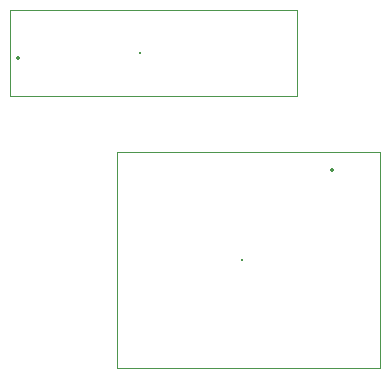
<source format=gbr>
%TF.GenerationSoftware,KiCad,Pcbnew,7.0.7*%
%TF.CreationDate,2023-08-27T21:57:29-04:00*%
%TF.ProjectId,PicoMemcard-qtpyrp2040,5069636f-4d65-46d6-9361-72642d717470,1.3.1*%
%TF.SameCoordinates,Original*%
%TF.FileFunction,Component,L1,Top*%
%TF.FilePolarity,Positive*%
%FSLAX46Y46*%
G04 Gerber Fmt 4.6, Leading zero omitted, Abs format (unit mm)*
G04 Created by KiCad (PCBNEW 7.0.7) date 2023-08-27 21:57:29*
%MOMM*%
%LPD*%
G01*
G04 APERTURE LIST*
%TA.AperFunction,ComponentMain*%
%ADD10C,0.300000*%
%TD*%
%TA.AperFunction,ComponentOutline,Courtyard*%
%ADD11C,0.100000*%
%TD*%
%TA.AperFunction,ComponentPin*%
%ADD12P,0.360000X4X0.000000*%
%TD*%
%TA.AperFunction,ComponentPin*%
%ADD13C,0.000000*%
%TD*%
%TA.AperFunction,ComponentOutline,Footprint*%
%ADD14C,0.100000*%
%TD*%
G04 APERTURE END LIST*
D10*
%TO.C,"U2"*%
%TO.CFtp,"MODULE_ADAFRUIT_QT_PY"*%
%TO.CVal,"ADAFRUIT_QT_PY"*%
%TO.CLbN,"QTPY"*%
%TO.CMnt,TH*%
%TO.CRot,-90*%
X156509000Y-84779200D03*
D11*
X168125499Y-75639201D02*
X168125499Y-93919199D01*
X145908501Y-93919199D01*
X145908501Y-75639201D01*
X168125499Y-75639201D01*
D12*
%TO.P,"U2","1","A0/D0/DAC"*%
X164129000Y-77159200D03*
D13*
%TO.P,"U2","14","5V"*%
X164129000Y-92399200D03*
%TO.P,"U2","13","GND"*%
X161589000Y-92399200D03*
%TO.P,"U2","12","3V3"*%
X159049000Y-92399200D03*
%TO.P,"U2","11","A10/D10/MOSI"*%
X156509000Y-92399200D03*
%TO.P,"U2","10","A9/D9/MISO"*%
X153969000Y-92399200D03*
%TO.P,"U2","9","A8/D8/SCK"*%
X151429000Y-92399200D03*
%TO.P,"U2","8","A7/D7/RX"*%
X148889000Y-92399200D03*
%TO.P,"U2","7","A6/D6/TX"*%
X148889000Y-77159200D03*
%TO.P,"U2","6","D5/SCL"*%
X151429000Y-77159200D03*
%TO.P,"U2","5","D4/SDA"*%
X153969000Y-77159200D03*
%TO.P,"U2","4","A3/D3"*%
X156509000Y-77159200D03*
%TO.P,"U2","3","A2/D2"*%
X159049000Y-77159200D03*
%TO.P,"U2","2","A1/D1"*%
X161589000Y-77159200D03*
%TD*%
D10*
%TO.C,"J1"*%
%TO.CFtp,"MemoryCardConnector"*%
%TO.CVal,"PSX Memory Card Interface"*%
%TO.CLbN,"254"*%
%TO.CMnt,SMD*%
%TO.CRot,0*%
X147820000Y-67200000D03*
D14*
X136820000Y-63550000D02*
X136820000Y-70850000D01*
X161120000Y-70850000D01*
X161120000Y-63550000D01*
X136820000Y-63550000D01*
D12*
%TO.P,"J1","1","DAT"*%
X137520000Y-67600000D03*
D13*
%TO.P,"J1","2","CMD"*%
X139820000Y-67600000D03*
%TO.P,"J1","3","7.5V"*%
X145520000Y-67200000D03*
%TO.P,"J1","4","GND"*%
X147820000Y-67200000D03*
%TO.P,"J1","5","5V"*%
X150120000Y-67200000D03*
%TO.P,"J1","6","SEL"*%
X155820000Y-67600000D03*
%TO.P,"J1","7","CLK"*%
X158120000Y-67600000D03*
%TO.P,"J1","8","ACK"*%
X160420000Y-67600000D03*
%TD*%
M02*

</source>
